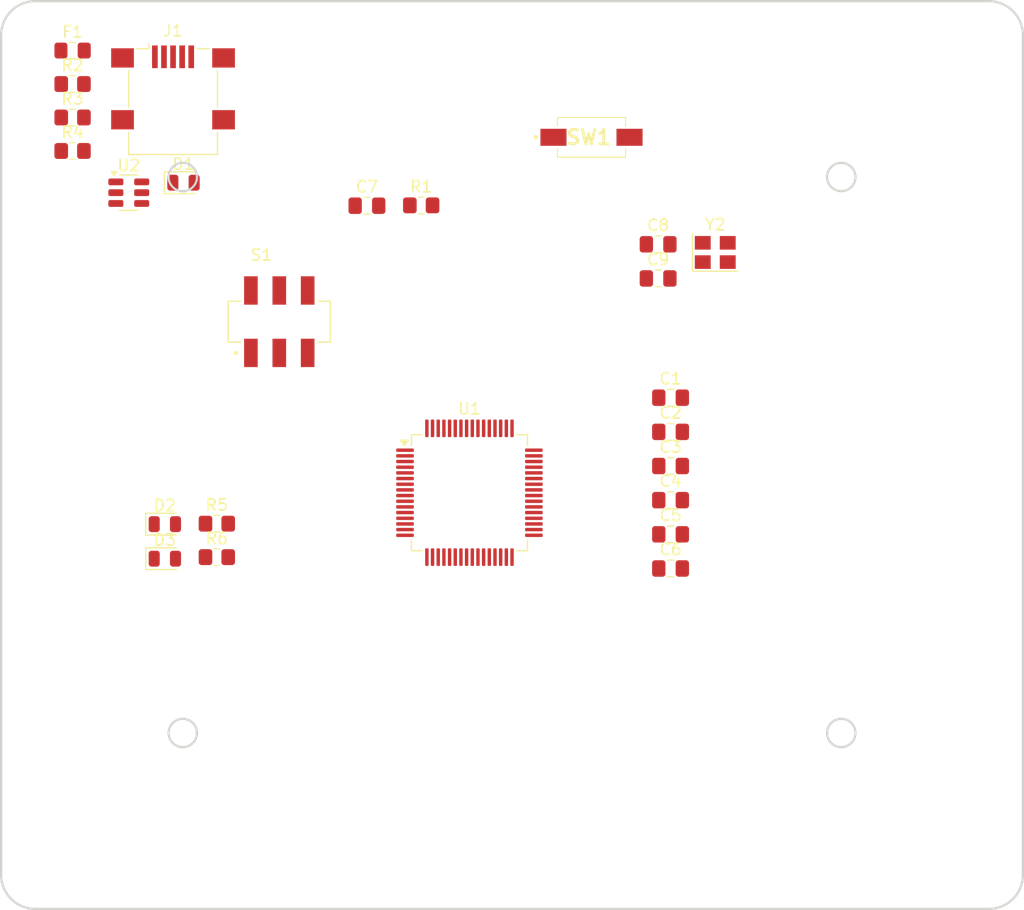
<source format=kicad_pcb>
(kicad_pcb (version 20241229) (generator "pcbnew") (generator_version "9.0")
  (layers (0 "F.Cu" signal) (2 "B.Cu" signal) (13 "F.Paste" user) (15 "B.Paste" user) (5 "F.SilkS" user "F.Silkscreen") (7 "B.SilkS" user "B.Silkscreen") (1 "F.Mask" user) (3 "B.Mask" user) (25 "Edge.Cuts" user))
  (net 0 "")
  (net 11 "/RESET")
  (net 14 "Net-(R1-Pad1)")
  (net 51 "+3V3")
  (net 52 "GND")
  (net 53 "/Boot")
  (net 57 "/OSC_OUT")
  (net 58 "/OSC_IN")
  (net 59 "Net-(D1-A)")
  (net 60 "Vusb")
  (net 61 "Net-(J1-VBUS)")
  (net 67 "/D-")
  (net 68 "/D+")
  (net 69 "/USB_CONN_D+")
  (net 70 "/USB_CONN_D-")
  (net 71 "/USB_D-")
  (net 72 "/USB_D+")
  (net 73 "Net-(D2-A)")
  (net 74 "Net-(D3-A)")
  (net 75 "/USER_LED")
  (footprint "Resistor_SMD:R_0805_2012Metric_Pad1.20x1.40mm_HandSolder" (layer "F.Cu") (at 129.2925 68.205)
    (property "Reference" "R4" (at 0 -1.65 0) (layer "F.SilkS"))
    (property "Value" "10K")
    (fp_line (start -0.227064 -0.735) (end 0.227064 -0.735) (stroke (width 0.12)) (layer "F.SilkS"))
    (fp_line (start -0.227064 0.735) (end 0.227064 0.735) (stroke (width 0.12)) (layer "F.SilkS"))
    (pad "1" smd roundrect (at -1 0) (size 1.2 1.4) (layers "F.Cu" "F.Mask" "F.Paste") (roundrect_rratio 0.208333) (net 59 "Net-(D1-A)"))
    (pad "2" smd roundrect (at 1 0) (size 1.2 1.4) (layers "F.Cu" "F.Mask" "F.Paste") (roundrect_rratio 0.208333) (net 60 "Vusb"))
  )
  (footprint "LED_SMD:LED_0805_2012Metric" (layer "F.Cu") (at 137.42 104.135)
    (property "Reference" "D3" (at 0 -1.65 0) (layer "F.SilkS"))
    (property "Value" "USER_LED")
    (fp_line (start -1.685 -0.96) (end -1.685 0.96) (stroke (width 0.12)) (layer "F.SilkS"))
    (fp_line (start -1.685 0.96) (end 1 0.96) (stroke (width 0.12)) (layer "F.SilkS"))
    (fp_line (start 1 -0.96) (end -1.685 -0.96) (stroke (width 0.12)) (layer "F.SilkS"))
    (pad "1" smd roundrect (at -0.9375 0) (size 0.975 1.4) (layers "F.Cu" "F.Mask" "F.Paste") (net 52 "GND"))
    (pad "2" smd roundrect (at 0.9375 0) (size 0.975 1.4) (layers "F.Cu" "F.Mask" "F.Paste") (net 74 "Net-(D3-A)"))
  )
  (footprint "Capacitor_SMD:C_0805_2012Metric_Pad1.18x1.45mm_HandSolder" (layer "F.Cu") (at 181.9625 105)
    (property "Reference" "C6" (at 0 -1.68 0) (layer "F.SilkS"))
    (property "Value" "10uF")
    (fp_line (start -0.261252 -0.735) (end 0.261252 -0.735) (stroke (width 0.12)) (layer "F.SilkS"))
    (fp_line (start -0.261252 0.735) (end 0.261252 0.735) (stroke (width 0.12)) (layer "F.SilkS"))
    (pad "1" smd roundrect (at -1.0375 0) (size 1.175 1.45) (layers "F.Cu" "F.Mask" "F.Paste") (roundrect_rratio 0.212766) (net 51 "+3V3"))
    (pad "2" smd roundrect (at 1.0375 0) (size 1.175 1.45) (layers "F.Cu" "F.Mask" "F.Paste") (roundrect_rratio 0.212766) (net 52 "GND"))
  )
  (footprint "Capacitor_SMD:C_0805_2012Metric_Pad1.18x1.45mm_HandSolder" (layer "F.Cu") (at 181.9625 101.99)
    (property "Reference" "C5" (at 0 -1.68 0) (layer "F.SilkS"))
    (property "Value" "0.1uF")
    (fp_line (start -0.261252 -0.735) (end 0.261252 -0.735) (stroke (width 0.12)) (layer "F.SilkS"))
    (fp_line (start -0.261252 0.735) (end 0.261252 0.735) (stroke (width 0.12)) (layer "F.SilkS"))
    (pad "1" smd roundrect (at -1.0375 0) (size 1.175 1.45) (layers "F.Cu" "F.Mask" "F.Paste") (roundrect_rratio 0.212766) (net 51 "+3V3"))
    (pad "2" smd roundrect (at 1.0375 0) (size 1.175 1.45) (layers "F.Cu" "F.Mask" "F.Paste") (roundrect_rratio 0.212766) (net 52 "GND"))
  )
  (footprint "Capacitor_SMD:C_0805_2012Metric_Pad1.18x1.45mm_HandSolder" (layer "F.Cu") (at 181.9625 98.98)
    (property "Reference" "C4" (at 0 -1.68 0) (layer "F.SilkS"))
    (property "Value" "0.1uF")
    (fp_line (start -0.261252 -0.735) (end 0.261252 -0.735) (stroke (width 0.12)) (layer "F.SilkS"))
    (fp_line (start -0.261252 0.735) (end 0.261252 0.735) (stroke (width 0.12)) (layer "F.SilkS"))
    (pad "1" smd roundrect (at -1.0375 0) (size 1.175 1.45) (layers "F.Cu" "F.Mask" "F.Paste") (roundrect_rratio 0.212766) (net 51 "+3V3"))
    (pad "2" smd roundrect (at 1.0375 0) (size 1.175 1.45) (layers "F.Cu" "F.Mask" "F.Paste") (roundrect_rratio 0.212766) (net 52 "GND"))
  )
  (footprint "LED_SMD:LED_0805_2012Metric" (layer "F.Cu") (at 139.0625 71)
    (property "Reference" "D1" (at 0 -1.65 0) (layer "F.SilkS"))
    (property "Value" "USB_PWR_LED")
    (fp_line (start -1.685 -0.96) (end -1.685 0.96) (stroke (width 0.12)) (layer "F.SilkS"))
    (fp_line (start -1.685 0.96) (end 1 0.96) (stroke (width 0.12)) (layer "F.SilkS"))
    (fp_line (start 1 -0.96) (end -1.685 -0.96) (stroke (width 0.12)) (layer "F.SilkS"))
    (pad "1" smd roundrect (at -0.9375 0) (size 0.975 1.4) (layers "F.Cu" "F.Mask" "F.Paste") (net 52 "GND"))
    (pad "2" smd roundrect (at 0.9375 0) (size 0.975 1.4) (layers "F.Cu" "F.Mask" "F.Paste") (net 59 "Net-(D1-A)"))
  )
  (footprint "Capacitor_SMD:C_0805_2012Metric_Pad1.18x1.45mm_HandSolder" (layer "F.Cu") (at 155.22 73.03)
    (property "Reference" "C7" (at 0 -1.68 0) (layer "F.SilkS"))
    (property "Value" "0.01uF")
    (fp_line (start -0.261252 -0.735) (end 0.261252 -0.735) (stroke (width 0.12)) (layer "F.SilkS"))
    (fp_line (start -0.261252 0.735) (end 0.261252 0.735) (stroke (width 0.12)) (layer "F.SilkS"))
    (pad "1" smd roundrect (at -1.0375 0) (size 1.175 1.45) (layers "F.Cu" "F.Mask" "F.Paste") (roundrect_rratio 0.212766) (net 52 "GND"))
    (pad "2" smd roundrect (at 1.0375 0) (size 1.175 1.45) (layers "F.Cu" "F.Mask" "F.Paste") (roundrect_rratio 0.212766) (net 11 "/RESET"))
  )
  (footprint "Package_TO_SOT_SMD:SOT-23-6" (layer "F.Cu") (at 134.2425 71.88)
    (property "Reference" "U2" (at 0 -2.4 0) (layer "F.SilkS"))
    (property "Value" "USBLC6-2SC6")
    (fp_line (start 0 -1.56) (end -0.8 -1.56) (stroke (width 0.12)) (layer "F.SilkS"))
    (fp_line (start 0 -1.56) (end 0.8 -1.56) (stroke (width 0.12)) (layer "F.SilkS"))
    (fp_line (start 0 1.56) (end -0.8 1.56) (stroke (width 0.12)) (layer "F.SilkS"))
    (fp_line (start 0 1.56) (end 0.8 1.56) (stroke (width 0.12)) (layer "F.SilkS"))
    (fp_poly (pts (xy -1.3 -1.51) (xy -1.54 -1.84) (xy -1.06 -1.84) (xy -1.3 -1.51)) (stroke (width 0.12)) (fill yes) (layer "F.SilkS"))
    (pad "1" smd roundrect (at -1.1375 -0.95) (size 1.325 0.6) (layers "F.Cu" "F.Mask" "F.Paste") (net 70 "/USB_CONN_D-"))
    (pad "2" smd roundrect (at -1.1375 0) (size 1.325 0.6) (layers "F.Cu" "F.Mask" "F.Paste") (net 52 "GND"))
    (pad "3" smd roundrect (at -1.1375 0.95) (size 1.325 0.6) (layers "F.Cu" "F.Mask" "F.Paste") (net 69 "/USB_CONN_D+"))
    (pad "4" smd roundrect (at 1.1375 0.95) (size 1.325 0.6) (layers "F.Cu" "F.Mask" "F.Paste") (net 72 "/USB_D+"))
    (pad "5" smd roundrect (at 1.1375 0) (size 1.325 0.6) (layers "F.Cu" "F.Mask" "F.Paste") (net 60 "Vusb"))
    (pad "6" smd roundrect (at 1.1375 -0.95) (size 1.325 0.6) (layers "F.Cu" "F.Mask" "F.Paste") (net 71 "/USB_D-"))
  )
  (footprint "Capacitor_SMD:C_0805_2012Metric_Pad1.18x1.45mm_HandSolder" (layer "F.Cu") (at 181.9625 95.97)
    (property "Reference" "C3" (at 0 -1.68 0) (layer "F.SilkS"))
    (property "Value" "0.1uF")
    (fp_line (start -0.261252 -0.735) (end 0.261252 -0.735) (stroke (width 0.12)) (layer "F.SilkS"))
    (fp_line (start -0.261252 0.735) (end 0.261252 0.735) (stroke (width 0.12)) (layer "F.SilkS"))
    (pad "1" smd roundrect (at -1.0375 0) (size 1.175 1.45) (layers "F.Cu" "F.Mask" "F.Paste") (roundrect_rratio 0.212766) (net 51 "+3V3"))
    (pad "2" smd roundrect (at 1.0375 0) (size 1.175 1.45) (layers "F.Cu" "F.Mask" "F.Paste") (roundrect_rratio 0.212766) (net 52 "GND"))
  )
  (footprint "Crystal:Crystal_SMD_Abracon_ABM8G-4Pin_3.2x2.5mm" (layer "F.Cu") (at 185.9 77.15)
    (property "Reference" "Y2" (at 0 -2.45 0) (layer "F.SilkS"))
    (property "Value" "16Mhz")
    (fp_line (start -2 -1.65) (end -2 1.65) (stroke (width 0.12)) (layer "F.SilkS"))
    (fp_line (start -2 1.65) (end 2 1.65) (stroke (width 0.12)) (layer "F.SilkS"))
    (pad "1" smd rect (at -1.1 0.85) (size 1.4 1.2) (layers "F.Cu" "F.Mask" "F.Paste") (net 58 "/OSC_IN"))
    (pad "2" smd rect (at 1.1 0.85) (size 1.4 1.2) (layers "F.Cu" "F.Mask" "F.Paste") (net 52 "GND"))
    (pad "3" smd rect (at 1.1 -0.85) (size 1.4 1.2) (layers "F.Cu" "F.Mask" "F.Paste") (net 57 "/OSC_OUT"))
    (pad "4" smd rect (at -1.1 -0.85) (size 1.4 1.2) (layers "F.Cu" "F.Mask" "F.Paste") (net 52 "GND"))
  )
  (footprint "Resistor_SMD:R_0805_2012Metric_Pad1.20x1.40mm_HandSolder" (layer "F.Cu") (at 129.2925 62.305)
    (property "Reference" "R2" (at 0 -1.65 0) (layer "F.SilkS"))
    (property "Value" "22")
    (fp_line (start -0.227064 -0.735) (end 0.227064 -0.735) (stroke (width 0.12)) (layer "F.SilkS"))
    (fp_line (start -0.227064 0.735) (end 0.227064 0.735) (stroke (width 0.12)) (layer "F.SilkS"))
    (pad "1" smd roundrect (at -1 0) (size 1.2 1.4) (layers "F.Cu" "F.Mask" "F.Paste") (roundrect_rratio 0.208333) (net 69 "/USB_CONN_D+"))
    (pad "2" smd roundrect (at 1 0) (size 1.2 1.4) (layers "F.Cu" "F.Mask" "F.Paste") (roundrect_rratio 0.208333) (net 68 "/D+"))
  )
  (footprint "Capacitor_SMD:C_0805_2012Metric_Pad1.18x1.45mm_HandSolder" (layer "F.Cu") (at 180.87 76.43)
    (property "Reference" "C8" (at 0 -1.68 0) (layer "F.SilkS"))
    (property "Value" "0.22pF")
    (fp_line (start -0.261252 -0.735) (end 0.261252 -0.735) (stroke (width 0.12)) (layer "F.SilkS"))
    (fp_line (start -0.261252 0.735) (end 0.261252 0.735) (stroke (width 0.12)) (layer "F.SilkS"))
    (pad "1" smd roundrect (at -1.0375 0) (size 1.175 1.45) (layers "F.Cu" "F.Mask" "F.Paste") (roundrect_rratio 0.212766) (net 57 "/OSC_OUT"))
    (pad "2" smd roundrect (at 1.0375 0) (size 1.175 1.45) (layers "F.Cu" "F.Mask" "F.Paste") (roundrect_rratio 0.212766) (net 52 "GND"))
  )
  (footprint "SW_up_Boot:SW_up_Boot" (layer "F.Cu") (at 147.5 83.25)
    (property "Reference" "S1" (at -1.575 -5.885 0) (layer "F.SilkS"))
    (property "Value" "JS202011SCQN")
    (fp_line (start -4.5 -1.8) (end -4.5 1.8) (stroke (width 0.127)) (layer "F.SilkS"))
    (fp_line (start -4.5 1.8) (end -3.42 1.8) (stroke (width 0.127)) (layer "F.SilkS"))
    (fp_line (start -3.42 -1.8) (end -4.5 -1.8) (stroke (width 0.127)) (layer "F.SilkS"))
    (fp_line (start 3.42 1.8) (end 4.5 1.8) (stroke (width 0.127)) (layer "F.SilkS"))
    (fp_line (start 4.5 -1.8) (end 3.42 -1.8) (stroke (width 0.127)) (layer "F.SilkS"))
    (fp_line (start 4.5 1.8) (end 4.5 -1.8) (stroke (width 0.127)) (layer "F.SilkS"))
    (fp_circle (center -3.84 2.75) (end -3.74 2.75) (stroke (width 0.2)) (fill no) (layer "F.SilkS"))
    (pad "1" smd rect (at -2.5 2.75) (size 1.2 2.5) (layers "F.Cu" "F.Mask" "F.Paste") (net 51 "+3V3"))
    (pad "2" smd rect (at 0 2.75) (size 1.2 2.5) (layers "F.Cu" "F.Mask" "F.Paste") (net 14 "Net-(R1-Pad1)"))
    (pad "3" smd rect (at 2.5 2.75) (size 1.2 2.5) (layers "F.Cu" "F.Mask" "F.Paste") (net 52 "GND"))
    (pad "4" smd rect (at -2.5 -2.75) (size 1.2 2.5) (layers "F.Cu" "F.Mask" "F.Paste"))
    (pad "5" smd rect (at 0 -2.75) (size 1.2 2.5) (layers "F.Cu" "F.Mask" "F.Paste"))
    (pad "6" smd rect (at 2.5 -2.75) (size 1.2 2.5) (layers "F.Cu" "F.Mask" "F.Paste"))
  )
  (footprint "Capacitor_SMD:C_0805_2012Metric_Pad1.18x1.45mm_HandSolder" (layer "F.Cu") (at 181.9625 92.96)
    (property "Reference" "C2" (at 0 -1.68 0) (layer "F.SilkS"))
    (property "Value" "0.1uF")
    (fp_line (start -0.261252 -0.735) (end 0.261252 -0.735) (stroke (width 0.12)) (layer "F.SilkS"))
    (fp_line (start -0.261252 0.735) (end 0.261252 0.735) (stroke (width 0.12)) (layer "F.SilkS"))
    (pad "1" smd roundrect (at -1.0375 0) (size 1.175 1.45) (layers "F.Cu" "F.Mask" "F.Paste") (roundrect_rratio 0.212766) (net 51 "+3V3"))
    (pad "2" smd roundrect (at 1.0375 0) (size 1.175 1.45) (layers "F.Cu" "F.Mask" "F.Paste") (roundrect_rratio 0.212766) (net 52 "GND"))
  )
  (footprint "Resistor_SMD:R_0805_2012Metric_Pad1.20x1.40mm_HandSolder" (layer "F.Cu") (at 142 101.05)
    (property "Reference" "R5" (at 0 -1.65 0) (layer "F.SilkS"))
    (property "Value" "10K")
    (fp_line (start -0.227064 -0.735) (end 0.227064 -0.735) (stroke (width 0.12)) (layer "F.SilkS"))
    (fp_line (start -0.227064 0.735) (end 0.227064 0.735) (stroke (width 0.12)) (layer "F.SilkS"))
    (pad "1" smd roundrect (at -1 0) (size 1.2 1.4) (layers "F.Cu" "F.Mask" "F.Paste") (roundrect_rratio 0.208333) (net 73 "Net-(D2-A)"))
    (pad "2" smd roundrect (at 1 0) (size 1.2 1.4) (layers "F.Cu" "F.Mask" "F.Paste") (roundrect_rratio 0.208333) (net 51 "+3V3"))
  )
  (footprint "Resistor_SMD:R_0805_2012Metric_Pad1.20x1.40mm_HandSolder" (layer "F.Cu") (at 129.2925 65.255)
    (property "Reference" "R3" (at 0 -1.65 0) (layer "F.SilkS"))
    (property "Value" "22")
    (fp_line (start -0.227064 -0.735) (end 0.227064 -0.735) (stroke (width 0.12)) (layer "F.SilkS"))
    (fp_line (start -0.227064 0.735) (end 0.227064 0.735) (stroke (width 0.12)) (layer "F.SilkS"))
    (pad "1" smd roundrect (at -1 0) (size 1.2 1.4) (layers "F.Cu" "F.Mask" "F.Paste") (roundrect_rratio 0.208333) (net 70 "/USB_CONN_D-"))
    (pad "2" smd roundrect (at 1 0) (size 1.2 1.4) (layers "F.Cu" "F.Mask" "F.Paste") (roundrect_rratio 0.208333) (net 67 "/D-"))
  )
  (footprint "LED_SMD:LED_0805_2012Metric" (layer "F.Cu") (at 137.42 101.095)
    (property "Reference" "D2" (at 0 -1.65 0) (layer "F.SilkS"))
    (property "Value" "uP_PWR_LED")
    (fp_line (start -1.685 -0.96) (end -1.685 0.96) (stroke (width 0.12)) (layer "F.SilkS"))
    (fp_line (start -1.685 0.96) (end 1 0.96) (stroke (width 0.12)) (layer "F.SilkS"))
    (fp_line (start 1 -0.96) (end -1.685 -0.96) (stroke (width 0.12)) (layer "F.SilkS"))
    (pad "1" smd roundrect (at -0.9375 0) (size 0.975 1.4) (layers "F.Cu" "F.Mask" "F.Paste") (net 52 "GND"))
    (pad "2" smd roundrect (at 0.9375 0) (size 0.975 1.4) (layers "F.Cu" "F.Mask" "F.Paste") (net 73 "Net-(D2-A)"))
  )
  (footprint "SW_uP_Reset:SW_uP_Reset" (layer "F.Cu") (at 175 67)
    (property "Reference" "SW1" (at -0.25 0 0) (layer "F.SilkS") (effects (font (size 1.27 1.27) (thickness 0.254))))
    (property "Value" "SW_SPST" (hide yes))
    (fp_line (start -4.9 -0.1) (end -4.9 -0.1) (stroke (width 0.2)) (layer "F.SilkS"))
    (fp_line (start -4.9 0.1) (end -4.9 0.1) (stroke (width 0.2)) (layer "F.SilkS"))
    (fp_line (start -3 -1.75) (end 3 -1.75) (stroke (width 0.1)) (layer "F.SilkS"))
    (fp_line (start -3 -1) (end -3 -1.75) (stroke (width 0.1)) (layer "F.SilkS"))
    (fp_line (start -3 1) (end -3 1.75) (stroke (width 0.1)) (layer "F.SilkS"))
    (fp_line (start -3 1.75) (end 3 1.75) (stroke (width 0.1)) (layer "F.SilkS"))
    (fp_line (start 3 -1.75) (end 3 -1) (stroke (width 0.1)) (layer "F.SilkS"))
    (fp_line (start 3 1.75) (end 3 1) (stroke (width 0.1)) (layer "F.SilkS"))
    (fp_arc (start -4.9 -0.1) (mid -4.8 0) (end -4.9 0.1) (stroke (width 0.2)) (layer "F.SilkS"))
    (fp_arc (start -4.9 0.1) (mid -5 0) (end -4.9 -0.1) (stroke (width 0.2)) (layer "F.SilkS"))
    (pad "1" smd rect (at -3.35 0 90) (size 1.5 2.3) (layers "F.Cu" "F.Mask" "F.Paste") (net 52 "GND"))
    (pad "2" smd rect (at 3.35 0 90) (size 1.5 2.3) (layers "F.Cu" "F.Mask" "F.Paste") (net 11 "/RESET"))
  )
  (footprint "Fuse:Fuse_0805_2012Metric_Pad1.15x1.40mm_HandSolder" (layer "F.Cu") (at 129.2925 59.355)
    (property "Reference" "F1" (at 0 -1.65 0) (layer "F.SilkS"))
    (property "Value" "PTCSMD")
    (fp_line (start -0.261252 -0.71) (end 0.261252 -0.71) (stroke (width 0.12)) (layer "F.SilkS"))
    (fp_line (start -0.261252 0.71) (end 0.261252 0.71) (stroke (width 0.12)) (layer "F.SilkS"))
    (pad "1" smd roundrect (at -1.025 0) (size 1.15 1.4) (layers "F.Cu" "F.Mask" "F.Paste") (roundrect_rratio 0.217391) (net 61 "Net-(J1-VBUS)"))
    (pad "2" smd roundrect (at 1.025 0) (size 1.15 1.4) (layers "F.Cu" "F.Mask" "F.Paste") (roundrect_rratio 0.217391) (net 60 "Vusb"))
  )
  (footprint "Capacitor_SMD:C_0805_2012Metric_Pad1.18x1.45mm_HandSolder" (layer "F.Cu") (at 181.9625 89.95)
    (property "Reference" "C1" (at 0 -1.68 0) (layer "F.SilkS"))
    (property "Value" "0.1uF")
    (fp_line (start -0.261252 -0.735) (end 0.261252 -0.735) (stroke (width 0.12)) (layer "F.SilkS"))
    (fp_line (start -0.261252 0.735) (end 0.261252 0.735) (stroke (width 0.12)) (layer "F.SilkS"))
    (pad "1" smd roundrect (at -1.0375 0) (size 1.175 1.45) (layers "F.Cu" "F.Mask" "F.Paste") (roundrect_rratio 0.212766) (net 51 "+3V3"))
    (pad "2" smd roundrect (at 1.0375 0) (size 1.175 1.45) (layers "F.Cu" "F.Mask" "F.Paste") (roundrect_rratio 0.212766) (net 52 "GND"))
  )
  (footprint "Resistor_SMD:R_0805_2012Metric_Pad1.20x1.40mm_HandSolder" (layer "F.Cu") (at 160 73)
    (property "Reference" "R1" (at 0 -1.65 0) (layer "F.SilkS"))
    (property "Value" "10K")
    (fp_line (start -0.227064 -0.735) (end 0.227064 -0.735) (stroke (width 0.12)) (layer "F.SilkS"))
    (fp_line (start -0.227064 0.735) (end 0.227064 0.735) (stroke (width 0.12)) (layer "F.SilkS"))
    (pad "1" smd roundrect (at -1 0) (size 1.2 1.4) (layers "F.Cu" "F.Mask" "F.Paste") (roundrect_rratio 0.208333) (net 14 "Net-(R1-Pad1)"))
    (pad "2" smd roundrect (at 1 0) (size 1.2 1.4) (layers "F.Cu" "F.Mask" "F.Paste") (roundrect_rratio 0.208333) (net 53 "/Boot"))
  )
  (footprint "Package_QFP:LQFP-64_10x10mm_P0.5mm" (layer "F.Cu") (at 164.25 98.325)
    (property "Reference" "U1" (at 0 -7.4 0) (layer "F.SilkS"))
    (property "Value" "STM32F103RCTx")
    (fp_line (start -5.11 -5.11) (end -5.11 -4.16) (stroke (width 0.12)) (layer "F.SilkS"))
    (fp_line (start -5.11 5.11) (end -5.11 4.16) (stroke (width 0.12)) (layer "F.SilkS"))
    (fp_line (start -4.16 -5.11) (end -5.11 -5.11) (stroke (width 0.12)) (layer "F.SilkS"))
    (fp_line (start -4.16 5.11) (end -5.11 5.11) (stroke (width 0.12)) (layer "F.SilkS"))
    (fp_line (start 4.16 -5.11) (end 5.11 -5.11) (stroke (width 0.12)) (layer "F.SilkS"))
    (fp_line (start 4.16 5.11) (end 5.11 5.11) (stroke (width 0.12)) (layer "F.SilkS"))
    (fp_line (start 5.11 -5.11) (end 5.11 -4.16) (stroke (width 0.12)) (layer "F.SilkS"))
    (fp_line (start 5.11 5.11) (end 5.11 4.16) (stroke (width 0.12)) (layer "F.SilkS"))
    (fp_poly (pts (xy -5.725 -4.16) (xy -6.065 -4.63) (xy -5.385 -4.63) (xy -5.725 -4.16)) (stroke (width 0.12)) (fill yes) (layer "F.SilkS"))
    (pad "1" smd roundrect (at -5.675 -3.75) (size 1.55 0.3) (layers "F.Cu" "F.Mask" "F.Paste"))
    (pad "2" smd roundrect (at -5.675 -3.25) (size 1.55 0.3) (layers "F.Cu" "F.Mask" "F.Paste"))
    (pad "3" smd roundrect (at -5.675 -2.75) (size 1.55 0.3) (layers "F.Cu" "F.Mask" "F.Paste"))
    (pad "4" smd roundrect (at -5.675 -2.25) (size 1.55 0.3) (layers "F.Cu" "F.Mask" "F.Paste"))
    (pad "5" smd roundrect (at -5.675 -1.75) (size 1.55 0.3) (layers "F.Cu" "F.Mask" "F.Paste") (net 58 "/OSC_IN"))
    (pad "6" smd roundrect (at -5.675 -1.25) (size 1.55 0.3) (layers "F.Cu" "F.Mask" "F.Paste") (net 57 "/OSC_OUT"))
    (pad "7" smd roundrect (at -5.675 -0.75) (size 1.55 0.3) (layers "F.Cu" "F.Mask" "F.Paste") (net 11 "/RESET"))
    (pad "8" smd roundrect (at -5.675 -0.25) (size 1.55 0.3) (layers "F.Cu" "F.Mask" "F.Paste"))
    (pad "9" smd roundrect (at -5.675 0.25) (size 1.55 0.3) (layers "F.Cu" "F.Mask" "F.Paste"))
    (pad "10" smd roundrect (at -5.675 0.75) (size 1.55 0.3) (layers "F.Cu" "F.Mask" "F.Paste"))
    (pad "11" smd roundrect (at -5.675 1.25) (size 1.55 0.3) (layers "F.Cu" "F.Mask" "F.Paste"))
    (pad "12" smd roundrect (at -5.675 1.75) (size 1.55 0.3) (layers "F.Cu" "F.Mask" "F.Paste") (net 52 "GND"))
    (pad "13" smd roundrect (at -5.675 2.25) (size 1.55 0.3) (layers "F.Cu" "F.Mask" "F.Paste") (net 51 "+3V3"))
    (pad "14" smd roundrect (at -5.675 2.75) (size 1.55 0.3) (layers "F.Cu" "F.Mask" "F.Paste"))
    (pad "15" smd roundrect (at -5.675 3.25) (size 1.55 0.3) (layers "F.Cu" "F.Mask" "F.Paste"))
    (pad "16" smd roundrect (at -5.675 3.75) (size 1.55 0.3) (layers "F.Cu" "F.Mask" "F.Paste"))
    (pad "17" smd roundrect (at -3.75 5.675) (size 0.3 1.55) (layers "F.Cu" "F.Mask" "F.Paste"))
    (pad "18" smd roundrect (at -3.25 5.675) (size 0.3 1.55) (layers "F.Cu" "F.Mask" "F.Paste") (net 52 "GND"))
    (pad "19" smd roundrect (at -2.75 5.675) (size 0.3 1.55) (layers "F.Cu" "F.Mask" "F.Paste") (net 51 "+3V3"))
    (pad "20" smd roundrect (at -2.25 5.675) (size 0.3 1.55) (layers "F.Cu" "F.Mask" "F.Paste"))
    (pad "21" smd roundrect (at -1.75 5.675) (size 0.3 1.55) (layers "F.Cu" "F.Mask" "F.Paste"))
    (pad "22" smd roundrect (at -1.25 5.675) (size 0.3 1.55) (layers "F.Cu" "F.Mask" "F.Paste"))
    (pad "23" smd roundrect (at -0.75 5.675) (size 0.3 1.55) (layers "F.Cu" "F.Mask" "F.Paste"))
    (pad "24" smd roundrect (at -0.25 5.675) (size 0.3 1.55) (layers "F.Cu" "F.Mask" "F.Paste"))
    (pad "25" smd roundrect (at 0.25 5.675) (size 0.3 1.55) (layers "F.Cu" "F.Mask" "F.Paste"))
    (pad "26" smd roundrect (at 0.75 5.675) (size 0.3 1.55) (layers "F.Cu" "F.Mask" "F.Paste"))
    (pad "27" smd roundrect (at 1.25 5.675) (size 0.3 1.55) (layers "F.Cu" "F.Mask" "F.Paste"))
    (pad "28" smd roundrect (at 1.75 5.675) (size 0.3 1.55) (layers "F.Cu" "F.Mask" "F.Paste"))
    (pad "29" smd roundrect (at 2.25 5.675) (size 0.3 1.55) (layers "F.Cu" "F.Mask" "F.Paste"))
    (pad "30" smd roundrect (at 2.75 5.675) (size 0.3 1.55) (layers "F.Cu" "F.Mask" "F.Paste"))
    (pad "31" smd roundrect (at 3.25 5.675) (size 0.3 1.55) (layers "F.Cu" "F.Mask" "F.Paste") (net 52 "GND"))
    (pad "32" smd roundrect (at 3.75 5.675) (size 0.3 1.55) (layers "F.Cu" "F.Mask" "F.Paste") (net 51 "+3V3"))
    (pad "33" smd roundrect (at 5.675 3.75) (size 1.55 0.3) (layers "F.Cu" "F.Mask" "F.Paste"))
    (pad "34" smd roundrect (at 5.675 3.25) (size 1.55 0.3) (layers "F.Cu" "F.Mask" "F.Paste"))
    (pad "35" smd roundrect (at 5.675 2.75) (size 1.55 0.3) (layers "F.Cu" "F.Mask" "F.Paste"))
    (pad "36" smd roundrect (at 5.675 2.25) (size 1.55 0.3) (layers "F.Cu" "F.Mask" "F.Paste"))
    (pad "37" smd roundrect (at 5.675 1.75) (size 1.55 0.3) (layers "F.Cu" "F.Mask" "F.Paste"))
    (pad "38" smd roundrect (at 5.675 1.25) (size 1.55 0.3) (layers "F.Cu" "F.Mask" "F.Paste"))
    (pad "39" smd roundrect (at 5.675 0.75) (size 1.55 0.3) (layers "F.Cu" "F.Mask" "F.Paste"))
    (pad "40" smd roundrect (at 5.675 0.25) (size 1.55 0.3) (layers "F.Cu" "F.Mask" "F.Paste"))
    (pad "41" smd roundrect (at 5.675 -0.25) (size 1.55 0.3) (layers "F.Cu" "F.Mask" "F.Paste"))
    (pad "42" smd roundrect (at 5.675 -0.75) (size 1.55 0.3) (layers "F.Cu" "F.Mask" "F.Paste"))
    (pad "43" smd roundrect (at 5.675 -1.25) (size 1.55 0.3) (layers "F.Cu" "F.Mask" "F.Paste"))
    (pad "44" smd roundrect (at 5.675 -1.75) (size 1.55 0.3) (layers "F.Cu" "F.Mask" "F.Paste") (net 71 "/USB_D-"))
    (pad "45" smd roundrect (at 5.675 -2.25) (size 1.55 0.3) (layers "F.Cu" "F.Mask" "F.Paste") (net 72 "/USB_D+"))
    (pad "46" smd roundrect (at 5.675 -2.75) (size 1.55 0.3) (layers "F.Cu" "F.Mask" "F.Paste"))
    (pad "47" smd roundrect (at 5.675 -3.25) (size 1.55 0.3) (layers "F.Cu" "F.Mask" "F.Paste") (net 52 "GND"))
    (pad "48" smd roundrect (at 5.675 -3.75) (size 1.55 0.3) (layers "F.Cu" "F.Mask" "F.Paste") (net 51 "+3V3"))
    (pad "49" smd roundrect (at 3.75 -5.675) (size 0.3 1.55) (layers "F.Cu" "F.Mask" "F.Paste"))
    (pad "50" smd roundrect (at 3.25 -5.675) (size 0.3 1.55) (layers "F.Cu" "F.Mask" "F.Paste"))
    (pad "51" smd roundrect (at 2.75 -5.675) (size 0.3 1.55) (layers "F.Cu" "F.Mask" "F.Paste"))
    (pad "52" smd roundrect (at 2.25 -5.675) (size 0.3 1.55) (layers "F.Cu" "F.Mask" "F.Paste"))
    (pad "53" smd roundrect (at 1.75 -5.675) (size 0.3 1.55) (layers "F.Cu" "F.Mask" "F.Paste"))
    (pad "54" smd roundrect (at 1.25 -5.675) (size 0.3 1.55) (layers "F.Cu" "F.Mask" "F.Paste"))
    (pad "55" smd roundrect (at 0.75 -5.675) (size 0.3 1.55) (layers "F.Cu" "F.Mask" "F.Paste"))
    (pad "56" smd roundrect (at 0.25 -5.675) (size 0.3 1.55) (layers "F.Cu" "F.Mask" "F.Paste"))
    (pad "57" smd roundrect (at -0.25 -5.675) (size 0.3 1.55) (layers "F.Cu" "F.Mask" "F.Paste"))
    (pad "58" smd roundrect (at -0.75 -5.675) (size 0.3 1.55) (layers "F.Cu" "F.Mask" "F.Paste"))
    (pad "59" smd roundrect (at -1.25 -5.675) (size 0.3 1.55) (layers "F.Cu" "F.Mask" "F.Paste"))
    (pad "60" smd roundrect (at -1.75 -5.675) (size 0.3 1.55) (layers "F.Cu" "F.Mask" "F.Paste") (net 53 "/Boot"))
    (pad "61" smd roundrect (at -2.25 -5.675) (size 0.3 1.55) (layers "F.Cu" "F.Mask" "F.Paste"))
    (pad "62" smd roundrect (at -2.75 -5.675) (size 0.3 1.55) (layers "F.Cu" "F.Mask" "F.Paste"))
    (pad "63" smd roundrect (at -3.25 -5.675) (size 0.3 1.55) (layers "F.Cu" "F.Mask" "F.Paste") (net 52 "GND"))
    (pad "64" smd roundrect (at -3.75 -5.675) (size 0.3 1.55) (layers "F.Cu" "F.Mask" "F.Paste") (net 51 "+3V3"))
  )
  (footprint "Connector_USB:USB_Mini-B_Lumberg_2486_01_Horizontal" (layer "F.Cu") (at 138.1425 62.605)
    (property "Reference" "J1" (at 0 -5 0) (layer "F.SilkS"))
    (property "Value" "USB_B_Mini")
    (fp_line (start -3.91 1.74) (end -3.91 -1.49) (stroke (width 0.12)) (layer "F.SilkS"))
    (fp_line (start -3.91 5.91) (end -3.91 3.96) (stroke (width 0.12)) (layer "F.SilkS"))
    (fp_line (start -3.19 -3.41) (end -2.11 -3.41) (stroke (width 0.12)) (layer "F.SilkS"))
    (fp_line (start -2.11 -3.41) (end -2.11 -3.84) (stroke (width 0.12)) (layer "F.SilkS"))
    (fp_line (start 2.11 -3.41) (end 3.19 -3.41) (stroke (width 0.12)) (layer "F.SilkS"))
    (fp_line (start 3.91 1.74) (end 3.91 -1.49) (stroke (width 0.12)) (layer "F.SilkS"))
    (fp_line (start 3.91 5.91) (end -3.91 5.91) (stroke (width 0.12)) (layer "F.SilkS"))
    (fp_line (start 3.91 5.91) (end 3.91 3.96) (stroke (width 0.12)) (layer "F.SilkS"))
    (pad "" np_thru_hole circle (at -2.2 0) (size 1 1) (drill 1) (layers "*.Cu" "*.Mask"))
    (pad "" np_thru_hole circle (at 2.2 0) (size 1 1) (drill 1) (layers "*.Cu" "*.Mask"))
    (pad "1" smd rect (at -1.6 -2.7) (size 0.5 2) (layers "F.Cu" "F.Mask" "F.Paste") (net 61 "Net-(J1-VBUS)"))
    (pad "2" smd rect (at -0.8 -2.7) (size 0.5 2) (layers "F.Cu" "F.Mask" "F.Paste") (net 67 "/D-"))
    (pad "3" smd rect (at 0 -2.7) (size 0.5 2) (layers "F.Cu" "F.Mask" "F.Paste") (net 68 "/D+"))
    (pad "4" smd rect (at 0.8 -2.7) (size 0.5 2) (layers "F.Cu" "F.Mask" "F.Paste"))
    (pad "5" smd rect (at 1.6 -2.7) (size 0.5 2) (layers "F.Cu" "F.Mask" "F.Paste") (net 52 "GND"))
    (pad "6" smd rect (at -4.45 -2.6) (size 2 1.7) (layers "F.Cu" "F.Mask" "F.Paste"))
    (pad "6" smd rect (at -4.45 2.85) (size 2 1.7) (layers "F.Cu" "F.Mask" "F.Paste"))
    (pad "6" smd rect (at 4.45 -2.6) (size 2 1.7) (layers "F.Cu" "F.Mask" "F.Paste"))
    (pad "6" smd rect (at 4.45 2.85) (size 2 1.7) (layers "F.Cu" "F.Mask" "F.Paste"))
  )
  (footprint "Capacitor_SMD:C_0805_2012Metric_Pad1.18x1.45mm_HandSolder" (layer "F.Cu") (at 180.87 79.44)
    (property "Reference" "C9" (at 0 -1.68 0) (layer "F.SilkS"))
    (property "Value" "0.22pF")
    (fp_line (start -0.261252 -0.735) (end 0.261252 -0.735) (stroke (width 0.12)) (layer "F.SilkS"))
    (fp_line (start -0.261252 0.735) (end 0.261252 0.735) (stroke (width 0.12)) (layer "F.SilkS"))
    (pad "1" smd roundrect (at -1.0375 0) (size 1.175 1.45) (layers "F.Cu" "F.Mask" "F.Paste") (roundrect_rratio 0.212766) (net 58 "/OSC_IN"))
    (pad "2" smd roundrect (at 1.0375 0) (size 1.175 1.45) (layers "F.Cu" "F.Mask" "F.Paste") (roundrect_rratio 0.212766) (net 52 "GND"))
  )
  (footprint "Resistor_SMD:R_0805_2012Metric_Pad1.20x1.40mm_HandSolder" (layer "F.Cu") (at 142 104)
    (property "Reference" "R6" (at 0 -1.65 0) (layer "F.SilkS"))
    (property "Value" "10K")
    (fp_line (start -0.227064 -0.735) (end 0.227064 -0.735) (stroke (width 0.12)) (layer "F.SilkS"))
    (fp_line (start -0.227064 0.735) (end 0.227064 0.735) (stroke (width 0.12)) (layer "F.SilkS"))
    (pad "1" smd roundrect (at -1 0) (size 1.2 1.4) (layers "F.Cu" "F.Mask" "F.Paste") (roundrect_rratio 0.208333) (net 74 "Net-(D3-A)"))
    (pad "2" smd roundrect (at 1 0) (size 1.2 1.4) (layers "F.Cu" "F.Mask" "F.Paste") (roundrect_rratio 0.208333) (net 75 "/USER_LED"))
  )
  (gr_circle (center 138.999999 70.5) (end 140.249999 70.5) (stroke (width 0.2)) (fill no) (layer "Edge.Cuts"))
  (gr_arc (start 212.999999 132) (mid 212.121319 134.12132) (end 209.999999 135) (stroke (width 0.2)) (layer "Edge.Cuts"))
  (gr_circle (center 196.999999 119.5) (end 198.249999 119.5) (stroke (width 0.2)) (fill no) (layer "Edge.Cuts"))
  (gr_arc (start 122.999999 58.000001) (mid 123.878679 55.87868) (end 126 55) (stroke (width 0.2)) (layer "Edge.Cuts"))
  (gr_circle (center 196.999999 70.5) (end 198.249999 70.5) (stroke (width 0.2)) (fill no) (layer "Edge.Cuts"))
  (gr_arc (start 126 135) (mid 123.878679 134.12132) (end 122.999999 131.999999) (stroke (width 0.2)) (layer "Edge.Cuts"))
  (gr_line (start 209.999999 55) (end 126 55) (stroke (width 0.2)) (layer "Edge.Cuts"))
  (gr_circle (center 138.999999 119.5) (end 140.249999 119.5) (stroke (width 0.2)) (fill no) (layer "Edge.Cuts"))
  (gr_line (start 209.999999 135) (end 126 135) (stroke (width 0.2)) (layer "Edge.Cuts"))
  (gr_line (start 122.999999 131.999999) (end 122.999999 58.000001) (stroke (width 0.2)) (layer "Edge.Cuts"))
  (gr_arc (start 209.999999 55) (mid 212.121319 55.87868) (end 212.999999 58) (stroke (width 0.2)) (layer "Edge.Cuts"))
  (gr_line (start 212.999999 132) (end 212.999999 58) (stroke (width 0.2)) (layer "Edge.Cuts"))
)
</source>
